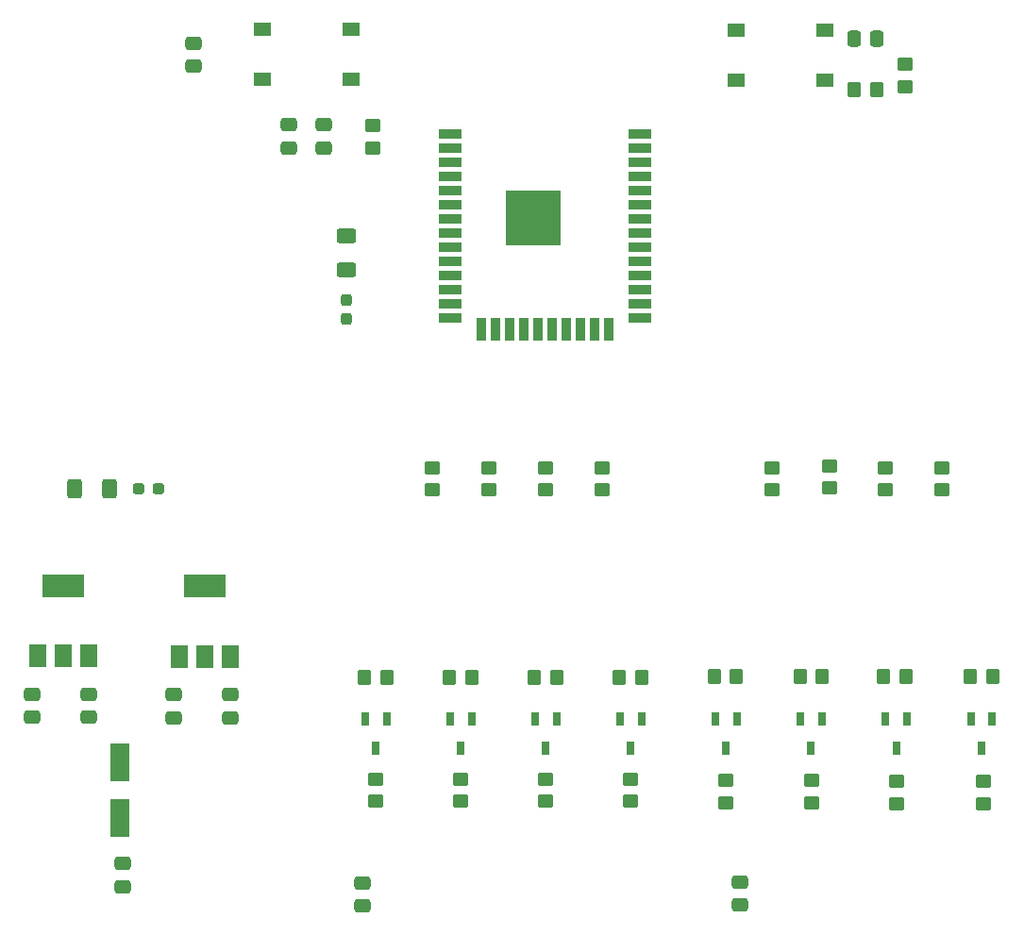
<source format=gbr>
%TF.GenerationSoftware,KiCad,Pcbnew,(6.0.7)*%
%TF.CreationDate,2022-10-20T09:09:35-05:00*%
%TF.ProjectId,ESP32,45535033-322e-46b6-9963-61645f706362,rev?*%
%TF.SameCoordinates,Original*%
%TF.FileFunction,Paste,Top*%
%TF.FilePolarity,Positive*%
%FSLAX46Y46*%
G04 Gerber Fmt 4.6, Leading zero omitted, Abs format (unit mm)*
G04 Created by KiCad (PCBNEW (6.0.7)) date 2022-10-20 09:09:35*
%MOMM*%
%LPD*%
G01*
G04 APERTURE LIST*
G04 Aperture macros list*
%AMRoundRect*
0 Rectangle with rounded corners*
0 $1 Rounding radius*
0 $2 $3 $4 $5 $6 $7 $8 $9 X,Y pos of 4 corners*
0 Add a 4 corners polygon primitive as box body*
4,1,4,$2,$3,$4,$5,$6,$7,$8,$9,$2,$3,0*
0 Add four circle primitives for the rounded corners*
1,1,$1+$1,$2,$3*
1,1,$1+$1,$4,$5*
1,1,$1+$1,$6,$7*
1,1,$1+$1,$8,$9*
0 Add four rect primitives between the rounded corners*
20,1,$1+$1,$2,$3,$4,$5,0*
20,1,$1+$1,$4,$5,$6,$7,0*
20,1,$1+$1,$6,$7,$8,$9,0*
20,1,$1+$1,$8,$9,$2,$3,0*%
G04 Aperture macros list end*
%ADD10RoundRect,0.250000X0.350000X0.450000X-0.350000X0.450000X-0.350000X-0.450000X0.350000X-0.450000X0*%
%ADD11RoundRect,0.250000X-0.475000X0.337500X-0.475000X-0.337500X0.475000X-0.337500X0.475000X0.337500X0*%
%ADD12R,1.800000X3.500000*%
%ADD13RoundRect,0.250000X-0.450000X0.350000X-0.450000X-0.350000X0.450000X-0.350000X0.450000X0.350000X0*%
%ADD14RoundRect,0.250000X0.475000X-0.337500X0.475000X0.337500X-0.475000X0.337500X-0.475000X-0.337500X0*%
%ADD15R,0.650000X1.220000*%
%ADD16RoundRect,0.250000X-0.350000X-0.450000X0.350000X-0.450000X0.350000X0.450000X-0.350000X0.450000X0*%
%ADD17R,2.000000X0.900000*%
%ADD18R,0.900000X2.000000*%
%ADD19R,5.000000X5.000000*%
%ADD20R,1.500000X2.000000*%
%ADD21R,3.800000X2.000000*%
%ADD22RoundRect,0.237500X0.287500X0.237500X-0.287500X0.237500X-0.287500X-0.237500X0.287500X-0.237500X0*%
%ADD23RoundRect,0.250000X-0.400000X-0.625000X0.400000X-0.625000X0.400000X0.625000X-0.400000X0.625000X0*%
%ADD24R,1.550000X1.300000*%
%ADD25RoundRect,0.237500X0.237500X-0.287500X0.237500X0.287500X-0.237500X0.287500X-0.237500X-0.287500X0*%
%ADD26RoundRect,0.250000X-0.625000X0.400000X-0.625000X-0.400000X0.625000X-0.400000X0.625000X0.400000X0*%
%ADD27RoundRect,0.250000X-0.337500X-0.475000X0.337500X-0.475000X0.337500X0.475000X-0.337500X0.475000X0*%
G04 APERTURE END LIST*
D10*
%TO.C,R2*%
X150950000Y-114277500D03*
X148950000Y-114277500D03*
%TD*%
D11*
%TO.C,C13*%
X116600000Y-115841300D03*
X116600000Y-117916300D03*
%TD*%
D12*
%TO.C,D3*%
X111760000Y-126960000D03*
X111760000Y-121960000D03*
%TD*%
D13*
%TO.C,R10*%
X142330000Y-123437500D03*
X142330000Y-125437500D03*
%TD*%
D11*
%TO.C,C12*%
X121680000Y-115841300D03*
X121680000Y-117916300D03*
%TD*%
D13*
%TO.C,R21*%
X166110600Y-123563000D03*
X166110600Y-125563000D03*
%TD*%
D14*
%TO.C,C2*%
X167400000Y-134737500D03*
X167400000Y-132662500D03*
%TD*%
D15*
%TO.C,Q3*%
X143280000Y-118047500D03*
X141380000Y-118047500D03*
X142330000Y-120667500D03*
%TD*%
%TO.C,Q7*%
X174695800Y-118015600D03*
X172795800Y-118015600D03*
X173745800Y-120635600D03*
%TD*%
D11*
%TO.C,C15*%
X103900000Y-115802500D03*
X103900000Y-117877500D03*
%TD*%
D14*
%TO.C,C1*%
X133500000Y-134837500D03*
X133500000Y-132762500D03*
%TD*%
D13*
%TO.C,R19*%
X175400900Y-95329800D03*
X175400900Y-97329800D03*
%TD*%
D10*
%TO.C,R16*%
X167053700Y-114245600D03*
X165053700Y-114245600D03*
%TD*%
D13*
%TO.C,R7*%
X144870000Y-95497500D03*
X144870000Y-97497500D03*
%TD*%
D10*
%TO.C,R13*%
X190055700Y-114245600D03*
X188055700Y-114245600D03*
%TD*%
D16*
%TO.C,R26*%
X177620000Y-61540000D03*
X179620000Y-61540000D03*
%TD*%
D11*
%TO.C,C14*%
X108980000Y-115802500D03*
X108980000Y-117877500D03*
%TD*%
D13*
%TO.C,R6*%
X149950000Y-95497500D03*
X149950000Y-97497500D03*
%TD*%
D14*
%TO.C,C178*%
X126890000Y-66775000D03*
X126890000Y-64700000D03*
%TD*%
D10*
%TO.C,R3*%
X143330000Y-114277500D03*
X141330000Y-114277500D03*
%TD*%
D13*
%TO.C,R12*%
X157570000Y-123437500D03*
X157570000Y-125437500D03*
%TD*%
D17*
%TO.C,U7*%
X141360000Y-65575000D03*
X141360000Y-66845000D03*
X141360000Y-68115000D03*
X141360000Y-69385000D03*
X141360000Y-70655000D03*
X141360000Y-71925000D03*
X141360000Y-73195000D03*
X141360000Y-74465000D03*
X141360000Y-75735000D03*
X141360000Y-77005000D03*
X141360000Y-78275000D03*
X141360000Y-79545000D03*
X141360000Y-80815000D03*
X141360000Y-82085000D03*
D18*
X144145000Y-83085000D03*
X145415000Y-83085000D03*
X146685000Y-83085000D03*
X147955000Y-83085000D03*
X149225000Y-83085000D03*
X150495000Y-83085000D03*
X151765000Y-83085000D03*
X153035000Y-83085000D03*
X154305000Y-83085000D03*
X155575000Y-83085000D03*
D17*
X158360000Y-82085000D03*
X158360000Y-80815000D03*
X158360000Y-79545000D03*
X158360000Y-78275000D03*
X158360000Y-77005000D03*
X158360000Y-75735000D03*
X158360000Y-74465000D03*
X158360000Y-73195000D03*
X158360000Y-71925000D03*
X158360000Y-70655000D03*
X158360000Y-69385000D03*
X158360000Y-68115000D03*
X158360000Y-66845000D03*
X158360000Y-65575000D03*
D19*
X148860000Y-73075000D03*
%TD*%
D15*
%TO.C,Q1*%
X158520000Y-118047500D03*
X156620000Y-118047500D03*
X157570000Y-120667500D03*
%TD*%
D13*
%TO.C,R27*%
X182220000Y-59280000D03*
X182220000Y-61280000D03*
%TD*%
D20*
%TO.C,U5*%
X117080000Y-112408800D03*
X119380000Y-112408800D03*
D21*
X119380000Y-106108800D03*
D20*
X121680000Y-112408800D03*
%TD*%
D13*
%TO.C,R24*%
X189181900Y-123632100D03*
X189181900Y-125632100D03*
%TD*%
%TO.C,R20*%
X170270000Y-95497500D03*
X170270000Y-97497500D03*
%TD*%
D15*
%TO.C,Q4*%
X135660000Y-118047500D03*
X133760000Y-118047500D03*
X134710000Y-120667500D03*
%TD*%
D22*
%TO.C,D1*%
X115175000Y-97410000D03*
X113425000Y-97410000D03*
%TD*%
D14*
%TO.C,C177*%
X130000000Y-66775000D03*
X130000000Y-64700000D03*
%TD*%
D23*
%TO.C,R29*%
X107670000Y-97410000D03*
X110770000Y-97410000D03*
%TD*%
D20*
%TO.C,U6*%
X104380000Y-112370000D03*
D21*
X106680000Y-106070000D03*
D20*
X106680000Y-112370000D03*
X108980000Y-112370000D03*
%TD*%
D11*
%TO.C,C3*%
X118340000Y-57382500D03*
X118340000Y-59457500D03*
%TD*%
%TO.C,C11*%
X112000000Y-131000000D03*
X112000000Y-133075000D03*
%TD*%
D10*
%TO.C,R14*%
X182276600Y-114194700D03*
X180276600Y-114194700D03*
%TD*%
D13*
%TO.C,R23*%
X181461500Y-123632100D03*
X181461500Y-125632100D03*
%TD*%
D10*
%TO.C,R15*%
X174745800Y-114245600D03*
X172745800Y-114245600D03*
%TD*%
D13*
%TO.C,R18*%
X180430000Y-95497500D03*
X180430000Y-97497500D03*
%TD*%
D10*
%TO.C,R4*%
X135710000Y-114277500D03*
X133710000Y-114277500D03*
%TD*%
D24*
%TO.C,BOOT1*%
X167025000Y-56250000D03*
X174975000Y-56250000D03*
X167025000Y-60750000D03*
X174975000Y-60750000D03*
%TD*%
%TO.C,EN1*%
X124525000Y-56170000D03*
X132475000Y-56170000D03*
X132475000Y-60670000D03*
X124525000Y-60670000D03*
%TD*%
D13*
%TO.C,R11*%
X149950000Y-123429400D03*
X149950000Y-125429400D03*
%TD*%
D15*
%TO.C,Q8*%
X167075800Y-118015600D03*
X165175800Y-118015600D03*
X166125800Y-120635600D03*
%TD*%
D13*
%TO.C,R25*%
X134400000Y-64800000D03*
X134400000Y-66800000D03*
%TD*%
%TO.C,R9*%
X134710000Y-123437500D03*
X134710000Y-125437500D03*
%TD*%
%TO.C,R22*%
X173775600Y-123572500D03*
X173775600Y-125572500D03*
%TD*%
%TO.C,R5*%
X155030000Y-95497500D03*
X155030000Y-97497500D03*
%TD*%
D25*
%TO.C,D2*%
X132080000Y-82155000D03*
X132080000Y-80405000D03*
%TD*%
D26*
%TO.C,R28*%
X132080000Y-74650000D03*
X132080000Y-77750000D03*
%TD*%
D15*
%TO.C,Q2*%
X150900000Y-118047500D03*
X149000000Y-118047500D03*
X149950000Y-120667500D03*
%TD*%
D13*
%TO.C,R8*%
X139790000Y-95497500D03*
X139790000Y-97497500D03*
%TD*%
D15*
%TO.C,Q6*%
X182330000Y-118047500D03*
X180430000Y-118047500D03*
X181380000Y-120667500D03*
%TD*%
D16*
%TO.C,R1*%
X156570000Y-114277500D03*
X158570000Y-114277500D03*
%TD*%
D27*
%TO.C,C4*%
X177582500Y-57000000D03*
X179657500Y-57000000D03*
%TD*%
D13*
%TO.C,R17*%
X185510000Y-95497500D03*
X185510000Y-97497500D03*
%TD*%
D15*
%TO.C,Q5*%
X190005700Y-118015600D03*
X188105700Y-118015600D03*
X189055700Y-120635600D03*
%TD*%
M02*

</source>
